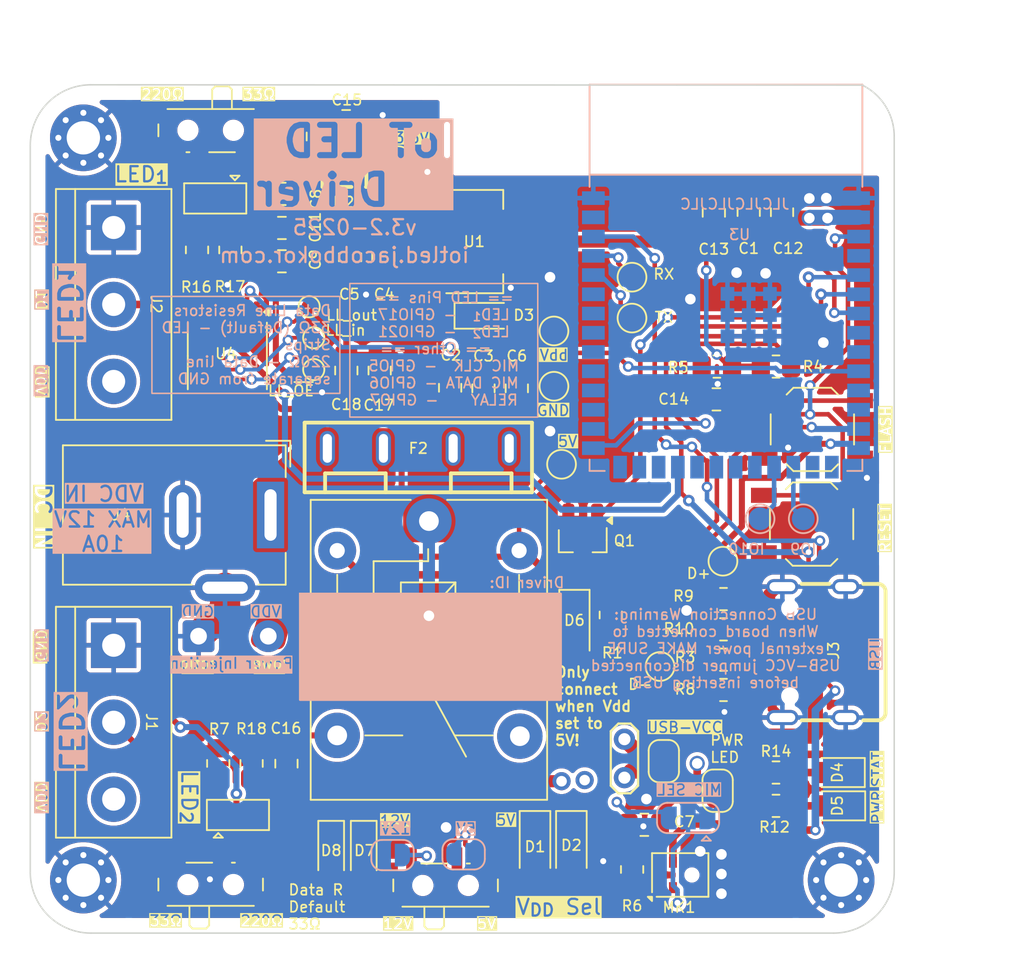
<source format=kicad_pcb>
(kicad_pcb (version 20240108) (generator "pcbnew") (generator_version "8.0")
  (title_block (title "IoT LED Driver HW") (date "2025-02-23") (rev "v3.2") (company "iotled.jacobbokor.com") (comment 3 "Date Code: ${DATE_CODE}"))
  (layers (0 "F.Cu" signal) (1 "In1.Cu" power "In1.Cu (GND)") (2 "In2.Cu" power "In2.Cu (PWR)") (31 "B.Cu" signal) (34 "B.Paste" user) (35 "F.Paste" user) (36 "B.SilkS" user "B.Silkscreen") (37 "F.SilkS" user "F.Silkscreen") (38 "B.Mask" user) (39 "F.Mask" user) (44 "Edge.Cuts" user))
  (property "DATE_CODE" "0225")
  (net 0 "")
  (net 1 "Earth")
  (net 2 "+3.3V")
  (net 3 "/D_{IN}2")
  (net 4 "/USB_D+")
  (net 5 "/USB_D-")
  (net 6 "/D_{IN}1")
  (net 7 "Net-(D4-A)")
  (net 8 "Net-(D5-A)")
  (net 9 "Net-(J3-CC1)")
  (net 11 "Net-(J3-CC2)")
  (net 13 "~{RST}")
  (net 14 "BOOT")
  (net 15 "Net-(U3-GPIO2{slash}TOUCH2{slash}ADC1_CH1)")
  (net 16 "/MIC_CLK")
  (net 17 "Net-(JP2-A)")
  (net 18 "/LV_DIN2")
  (net 19 "/LV_DIN1")
  (net 20 "Net-(MK1-DATA)")
  (net 21 "/MIC_DATA")
  (net 22 "/Power_and_board/5V_tvs_gnd")
  (net 23 "VDD")
  (net 24 "VBUS")
  (net 25 "Net-(U3-U0RXD{slash}GPIO44{slash}CLK_OUT2)")
  (net 26 "Net-(U3-U0TXD{slash}GPIO43{slash}CLK_OUT1)")
  (net 27 "Net-(U3-GPIO9{slash}TOUCH9{slash}ADC1_CH8{slash}FSPIHD)")
  (net 28 "Net-(U3-GPIO10{slash}TOUCH10{slash}ADC1_CH9{slash}FSPICS0{slash}FSPIIO4)")
  (net 48 "/Power_and_board/12V_tvs_gnd")
  (net 49 "+5V")
  (net 50 "/Power_and_board/Vdd IN")
  (net 51 "Net-(JP5-B)")
  (net 52 "Net-(JP5-A)")
  (net 53 "Net-(JP6-A)")
  (net 54 "Net-(JP6-B)")
  (net 55 "Net-(U2-Noise)")
  (net 56 "/Power_and_board/Vdd_in_fuse")
  (net 57 "Net-(J3-D--PadA7)")
  (net 58 "Net-(J3-D+-PadA6)")
  (net 59 "Net-(TP11-Pad1)")
  (net 60 "Net-(TP12-Pad1)")
  (net 61 "Net-(TP13-Pad1)")
  (net 65 "/BUF_out_2")
  (net 66 "/BUF_out_1")
  (net 67 "Net-(JP7-C)")
  (net 72 "Net-(D6-A)")
  (net 74 "RELAY_PIN")
  (footprint "TestPoint:TestPoint_Pad_D1.5mm" (layer "F.Cu") (at 164.7 91.45)
    (property "Reference" "TP4" (hide yes))
    (property "Value" "D+")
  )
  (footprint "Capacitor_SMD:C_0805_2012Metric_Pad1.18x1.45mm_HandSolder" (layer "F.Cu") (at 135.6 71.65 180)
    (property "Reference" "C9")
    (property "Value" "100nF" (hide yes))
  )
  (footprint "Resistor_SMD:R_0805_2012Metric_Pad1.20x1.40mm_HandSolder" (layer "F.Cu") (at 158.707 111.8 -90)
    (property "Reference" "R6")
    (property "Value" "100" (hide yes))
  )
  (footprint "Button_Switch_SMD:SW_SPDT_PCM12" (layer "F.Cu") (at 130.9 63.33 180)
    (property "Reference" "SW3" (hide yes))
    (property "Value" "SW_SPDT" (hide yes))
  )
  (footprint "TestPoint:TestPoint_Pad_D1.5mm" (layer "F.Cu") (at 160.55 98.4)
    (property "Reference" "TP5" (hide yes))
    (property "Value" "D-")
  )
  (footprint "Resistor_SMD:R_0805_2012Metric_Pad1.20x1.40mm_HandSolder" (layer "F.Cu") (at 132.2 70.9 -90)
    (property "Reference" "R17")
    (property "Value" "33R")
  )
  (footprint "TestPoint:TestPoint_2Pads_Pitch2.54mm_Drill0.8mm" (layer "F.Cu") (at 158.2 103.2 -90)
    (property "Reference" "JP1" (hide yes))
    (property "Value" "USB-VDD" (hide yes))
  )
  (footprint "Relay_THT:Relay_SPDT_SANYOU_SRD_Series_Form_C" (layer "F.Cu") (at 145.3 88.8 -90)
    (property "Reference" "K2")
    (property "Value" "SANYOU_SRD_Form_C" (hide yes))
  )
  (footprint "Capacitor_SMD:C_0805_2012Metric_Pad1.18x1.45mm_HandSolder" (layer "F.Cu") (at 135.5875 67.2 180)
    (property "Reference" "C8")
    (property "Value" "10uF" (hide yes))
  )
  (footprint "Capacitor_SMD:C_0805_2012Metric_Pad1.18x1.45mm_HandSolder" (layer "F.Cu") (at 164.1 68.45 90)
    (property "Reference" "C13")
    (property "Value" "10uF" (hide yes))
  )
  (footprint "Resistor_SMD:R_0805_2012Metric_Pad1.20x1.40mm_HandSolder" (layer "F.Cu") (at 168.2 78.6 180)
    (property "Reference" "R4")
    (property "Value" "10k" (hide yes))
  )
  (footprint "Diode_SMD:D_SMF" (layer "F.Cu") (at 154.7 110.3 -90)
    (property "Reference" "D2")
    (property "Value" "SMF5V0A" (hide yes))
  )
  (footprint "Capacitor_SMD:C_0805_2012Metric_Pad1.18x1.45mm_HandSolder" (layer "F.Cu") (at 142.294 71.3875 -90)
    (property "Reference" "C4")
    (property "Value" "100nF" (hide yes))
  )
  (footprint "Button_Switch_SMD:SW_SPDT_PCM12" (layer "F.Cu") (at 130.9 112.47)
    (property "Reference" "SW4" (hide yes))
    (property "Value" "SW_SPDT" (hide yes))
  )
  (footprint "TestPoint:TestPoint_Pad_D1.5mm" (layer "F.Cu") (at 158.7 72.7 180)
    (property "Reference" "TP7" (hide yes))
    (property "Value" "RX")
  )
  (footprint "Capacitor_SMD:C_0805_2012Metric_Pad1.18x1.45mm_HandSolder" (layer "F.Cu") (at 164.27 80.76575)
    (property "Reference" "C14")
    (property "Value" "100nF" (hide yes))
  )
  (footprint "Capacitor_SMD:C_0805_2012Metric_Pad1.18x1.45mm_HandSolder" (layer "F.Cu") (at 166.4 68.4 90)
    (property "Reference" "C1")
    (property "Value" "10uF" (hide yes))
  )
  (footprint "TestPoint:TestPoint_Pad_D1.5mm" (layer "F.Cu") (at 154.05 85.05 -90)
    (property "Reference" "TP10" (hide yes))
    (property "Value" "5V")
  )
  (footprint "Jumper:SolderJumper-2_P1.3mm_Open_RoundedPad1.0x1.5mm" (layer "F.Cu") (at 160.8 104.65 -90)
    (property "Reference" "JP3" (hide yes))
    (property "Value" "USB-VCC")
  )
  (footprint "MountingHole:MountingHole_2.2mm_M2_Pad_Via" (layer "F.Cu") (at 122.5 112.5)
    (property "Reference" "H3" (hide yes))
    (property "Value" "MountingHole_Pad" (hide yes))
  )
  (footprint "Resistor_SMD:R_0805_2012Metric_Pad1.20x1.40mm_HandSolder" (layer "F.Cu") (at 168.2 107.6 180)
    (property "Reference" "R14")
    (property "Value" "1k" (hide yes))
  )
  (footprint "Resistor_SMD:R_0805_2012Metric_Pad1.20x1.40mm_HandSolder" (layer "F.Cu") (at 157.3 95 90)
    (property "Reference" "R1")
    (property "Value" "10k" (hide yes))
  )
  (footprint "TestPoint:TestPoint_Pad_D1.0mm" (layer "F.Cu") (at 137.7 78.8)
    (property "Reference" "TP12" (hide yes))
    (property "Value" "LL_~{OE}")
  )
  (footprint "Capacitor_SMD:C_0805_2012Metric_Pad1.18x1.45mm_HandSolder" (layer "F.Cu") (at 135.6 69.45 180)
    (property "Reference" "C11")
    (property "Value" "100nF" (hide yes))
  )
  (footprint "Resistor_SMD:R_0805_2012Metric_Pad1.20x1.40mm_HandSolder" (layer "F.Cu") (at 130 70.9 -90)
    (property "Reference" "R16")
    (property "Value" "220R" (hide yes))
  )
  (footprint "Diode_SMD:D_SOD-323_HandSoldering" (layer "F.Cu") (at 138.85 110.6 -90)
    (property "Reference" "D8")
    (property "Value" "PTVSHC3D12VU" (hide yes))
  )
  (footprint "TerminalBlock:TerminalBlock_bornier-3_P5.08mm" (layer "F.Cu") (at 124.5 69.42 -90)
    (property "Reference" "J2")
    (property "Value" "Screw_Terminal_01x03" (hide yes))
  )
  (footprint "Capacitor_SMD:C_0805_2012Metric_Pad1.18x1.45mm_HandSolder" (layer "F.Cu") (at 139.8375 62.4 180)
    (property "Reference" "C15")
    (property "Value" "10uF" (hide yes))
  )
  (footprint "LED_SMD:LED_0805_2012Metric_Pad1.15x1.40mm_HandSolder" (layer "F.Cu") (at 172.2 105.4 180)
    (property "Reference" "D4")
    (property "Value" "STAT")
  )
  (footprint "TestPoint:TestPoint_Pad_D1.5mm" (layer "F.Cu") (at 153.55 76.25)
    (property "Reference" "TP1" (hide yes))
    (property "Value" "Vdd")
  )
  (footprint "TestPoint:TestPoint_Pad_D1.5mm" (layer "F.Cu") (at 153.55 79.9)
    (property "Reference" "TP3" (hide yes))
    (property "Value" "GND")
  )
  (footprint "Resistor_SMD:R_0805_2012Metric_Pad1.20x1.40mm_HandSolder" (layer "F.Cu") (at 168.2 105.4 180)
    (property "Reference" "R12")
    (property "Value" "1k" (hide yes))
  )
  (footprint "Capacitor_SMD:C_0805_2012Metric_Pad1.18x1.45mm_HandSolder" (layer "F.Cu") (at 159.5125 108.85 180)
    (property "Reference" "C7")
    (property "Value" "100nF" (hide yes))
  )
  (footprint "TestPoint:TestPoint_Pad_D1.5mm" (layer "F.Cu") (at 143.25 65)
    (property "Reference" "TP2" (hide yes))
    (property "Value" "3.3V")
  )
  (footprint "Package_SO:TSSOP-14_4.4x5mm_P0.65mm" (layer "F.Cu") (at 132 77.9 -90)
    (property "Reference" "U4")
    (property "Value" "SN74AHCT125PWR" (hide yes))
  )
  (footprint "MountingHole:MountingHole_2.2mm_M2_Pad_Via" (layer "F.Cu") (at 122.5 63.5)
    (property "Reference" "H1" (hide yes))
    (property "Value" "MountingHole_Pad" (hide yes))
  )
  (footprint "Sensor_Audio:Knowles_LGA-5_3.5x2.65mm" (layer "F.Cu") (at 161.882 112.1625 90)
    (property "Reference" "MK1")
    (property "Value" "SPH0641LU4H-1" (hide yes))
  )
  (footprint "Resistor_SMD:R_0805_2012Metric_Pad1.20x1.40mm_HandSolder" (layer "F.Cu") (at 164.737071 93.949937)
    (property "Reference" "R9")
    (property "Value" "5.1k" (hide yes))
  )
  (footprint "Resistor_SMD:R_0805_2012Metric_Pad1.20x1.40mm_HandSolder" (layer "F.Cu") (at 164.3 78.60175 180)
    (property "Reference" "R5")
    (property "Value" "10k" (hide yes))
  )
  (footprint "Package_TO_SOT_SMD:SOT-23_Handsoldering" (layer "F.Cu") (at 155.45 90.1 -90)
    (property "Reference" "Q1")
    (property "Value" "AO3400A" (hide yes))
  )
  (footprint "Capacitor_SMD:C_0805_2012Metric_Pad1.18x1.45mm_HandSolder" (layer "F.Cu") (at 135.9 104.8125 -90)
    (property "Reference" "C16")
    (property "Value" "10uF" (hide yes))
  )
  (footprint "Resistor_SMD:R_0805_2012Metric_Pad1.20x1.40mm_HandSolder" (layer "F.Cu") (at 133.6 104.8 90)
    (property "Reference" "R18")
    (property "Value" "220R" (hide yes))
  )
  (footprint "TestPoint:TestPoint_Pad_D1.0mm" (layer "F.Cu") (at 137.7 76.7)
    (property "Reference" "TP11" (hide yes))
    (property "Value" "LL_in")
  )
  (footprint "MountingHole:MountingHole_2.2mm_M2_Pad_Via" (layer "F.Cu") (at 172.5 112.5)
    (property "Reference" "H2" (hide yes))
    (property "Value" "MountingHole_Pad" (hide yes))
  )
  (footprint "Resistor_SMD:R_0805_2012Metric_Pad1.20x1.40mm_HandSolder" (layer "F.Cu") (at 164.737071 99.949937 180)
    (property "Reference" "R8")
    (property "Value" "5.1k" (hide yes))
  )
  (footprint "TestPoint:TestPoint_Pad_D1.5mm" (layer "F.Cu") (at 158.7 75.4 180)
    (property "Reference" "TP6" (hide yes))
    (property "Value" "TX")
  )
  (footprint "Jumper:SolderJumper-2_P1.3mm_Bridged_RoundedPad1.0x1.5mm" (layer "F.Cu") (at 164.35 106.6 90)
    (property "Reference" "JP2" (hide yes))
    (property "Value" "PWR_LED_BRIDGE" (hide yes))
  )
  (footprint "Diode_SMD:D_SOD-323_HandSoldering" (layer "F.Cu") (at 149 75.25)
    (property "Reference" "D3")
    (property "Value" "1N5819WS" (hide yes))
  )
  (footprint "LED_SMD:LED_0805_2012Metric_Pad1.15x1.40mm_HandSolder" (layer "F.Cu") (at 172.225 107.6 180)
    (property "Reference" "D5")
    (property "Value" "PWR")
  )
  (footprint "Button_Switch_SMD:SW_SPDT_PCM12" (layer "F.Cu") (at 146.4 112.525)
    (property "Reference" "SW5" (hide yes))
    (property "Value" "12V_5V_SWT" (hide yes))
  )
  (footprint "jmux-footprints:FUSE-TH_XF-505P" (layer "F.Cu") (at 144.6 84)
    (property "Reference" "F2")
    (property "Value" "Fuse Holder" (hide yes))
  )
  (footprint "TestPoint:TestPoint_Pad_D1.0mm" (layer "F.Cu") (at 137.4 74.65)
    (property "Reference" "TP13" (hide yes))
    (property "Value" "LL_out")
  )
  (footprint "projectlib:SSOP-5_L2.9-W1.6-P0.95-LS2.8-TL" (layer "F.Cu") (at 139.725 65.95 -90)
    (property "Reference" "U2")
    (property "Value" "TAR5S50" (hide yes))
  )
  (footprint "Capacitor_SMD:C_0805_2012Metric_Pad1.18x1.45mm_HandSolder" (layer "F.Cu") (at 140.1 71.3875 -90)
    (property "Reference" "C5")
    (property "Value" "10uF" (hide yes))
  )
  (footprint "TerminalBlock:TerminalBlock_bornier-3_P5.08mm" (layer "F.Cu") (at 124.5 97 -90)
    (property "Reference" "J1")
    (property "Value" "Screw_Terminal_01x03" (hide yes))
  )
  (footprint "Fiducial:Fiducial_0.5mm_Mask1mm" (layer "F.Cu") (at 125.5 114.25)
    (property "Reference" "FID2" (hide yes))
    (property "Value" "Fiducial" (hide yes))
  )
  (footprint "Diode_SMD:D_SOD-323_HandSoldering" (layer "F.Cu") (at 141 110.6 -90)
    (property "Reference" "D7")
    (property "Value" "PTVSHC3D12VU" (hide yes))
  )
  (footprint "Capacitor_SMD:C_0805_2012Metric_Pad1.18x1.45mm_HandSolder" (layer "F.Cu") (at 168.6 68.4125 90)
    (property "Reference" "C12")
    (property "Value" "100nF" (hide yes))
  )
  (footprint "Button_Switch_SMD:SW_SPST_TL3342" (layer "F.Cu") (at 170.6 82.75 180)
    (property "Reference" "SW2" (hide yes))
    (property "Value" "FLASH")
  )
  (footprint "Connector_Wire:SolderWire-0.5sqmm_1x02_P4.6mm_D0.9mm_OD2.1mm" (layer "F.Cu") (at 130.1 96.4)
    (property "Reference" "J7" (hide yes))
    (property "Value" "PWR_HEADER" (hide yes))
  )
  (footprint "Resistor_SMD:R_0805_2012Metric_Pad1.20x1.40mm_HandSolder" (layer "F.Cu") (at 164.737071 97.949937 180)
    (property "Reference" "R3")
    (property "Value" "27R" (hide yes))
  )
  (footprint "Diode_SMD:D_SMF" (layer "F.Cu") (at 152.3 110.3 -90)
    (property "Reference" "D1")
    (property "Value" "SMF5V0A" (hide yes))
  )
  (footprint "Button_Switch_SMD:SW_SPST_TL3342" (layer "F.Cu") (at 170.55 89 180)
    (property "Reference" "SW1" (hide yes))
    (property "Value" "RESET")
  )
  (footprint "Resistor_SMD:R_0805_2012Metric_Pad1.20x1.40mm_HandSolder" (layer "F.Cu") (at 131.4 104.8 90)
    (property "Reference" "R7")
    (property "Value" "33R" (hide yes))
  )
  (footprint "Capacitor_SMD:C_0805_2012Metric_Pad1.18x1.45mm_HandSolder" (layer "F.Cu") (at 151.1 80.0375 90)
    (property "Reference" "C6")
    (property "Value" "100nF" (hide yes))
  )
  (footprint "jmux-footprints:USB-C-GT7010_FIXED" (layer "F.Cu") (at 170.400025 97.449911 90)
    (property "Reference" "J3")
    (property "Value" "GT-USB-7010ASV" (hide yes))
  )
  (footprint "Diode_SMD:D_SOD-123" (layer "F.Cu") (at 154.9 95.7 -90)
    (property "Reference" "D6")
    (property "Value" "1N4148W" (hide yes))
  )
  (footprint "Jumper:SolderJumper-3_P1.3mm_Open_Pad1.0x1.5mm" (layer "F.Cu") (at 131.2 67.5 180)
    (property "Reference" "JP6" (hide yes))
    (property "Value" "SolderJumper_3_Open" (hide yes))
  )
  (footprint "Capacitor_SMD:C_0805_2012Metric_Pad1.18x1.45mm_HandSolder" (layer "F.Cu") (at 146.7 80 90)
    (property "Reference" "C2")
    (property "Value" "10uF" (hide yes))
  )
  (footprint "Package_TO_SOT_SMD:SOT-223-3_TabPin2" (layer "F.Cu") (at 148.294 70.35)
    (property "Reference" "U1")
    (property "Value" "AMS1117-3.3" (hide yes))
  )
  (footprint "Fiducial:Fiducial_0.5mm_Mask1mm" (layer "F.Cu") (at 125.5 61.75)
    (property "Reference" "FID3" (hide yes))
    (property "Value" "Fiducial" (hide yes))
  )
  (footprint "Fiducial:Fiducial_0.5mm_Mask1mm" (layer "F.Cu") (at 169.5 114.25)
    (property "Reference" "FID1" (hide yes))
    (property "Value" "Fiducial" (hide yes))
  )
  (footprint "Capacitor_SMD:C_0805_2012Metric_Pad1.18x1.45mm_HandSolder" (layer "F.Cu") (at 148.9 80.0375 90)
    (property "Reference" "C3")
    (property "Value" "10uF" (hide yes))
  )
  (footprint "Capacitor_SMD:C_0805_2012Metric_Pad1.18x1.45mm_HandSolder" (layer "F.Cu") (at 136.5 63.4125 90)
    (property "Reference" "C10" (hide yes))
    (property "Value" "100nF" (hide yes))
  )
  (footprint "Jumper:SolderJumper-3_P1.3mm_Open_Pad1.0x1.5mm" (layer "F.Cu") (at 132.7 108.2)
    (property "Reference" "JP5" (hide yes))
    (property "Value" "SolderJumper_3_Open" (hide yes))
  )
  (footprint "Capacitor_SMD:C_0805_2012Metric_Pad1.18x1.45mm_HandSolder" (layer "F.Cu") (at 142.05 78.8625 -90)
    (property "Reference" "C17")
    (property "Value" "10uF" (hide yes))
  )
  (footprint "Capacitor_SMD:C_0805_2012Metric_Pad1.18x1.45mm_HandSolder" (layer "F.Cu") (at 139.85 78.8625 -90)
    (property "Reference" "C18")
    (property "Value" "100nF" (hide yes))
  )
  (footprint "Connector_BarrelJack:BarrelJack_Wuerth_6941xx301002" (layer "F.Cu") (at 134.85 88.4 -90)
    (property "Reference" "J4")
    (property "Value" "Barrel_Jack_Switch_Pin3Ring" (hide yes))
  )
  (footprint "Resistor_SMD:R_0805_2012Metric_Pad1.20x1.40mm_HandSolder" (layer "F.Cu") (at 164.737071 95.949937 180)
    (property "Reference" "R10")
    (property "Value" "27R" (hide yes))
  )
  (footprint "Jumper:SolderJumper-2_P1.3mm_Open_RoundedPad1.0x1.5mm" (layer "B.Cu") (at 147.59 110.8 180)
    (property "Reference" "JP4" (hide yes))
    (property "Value" "5V TVS DISCON." (hide yes))
  )
  (footprint "TestPoint:TestPoint_Pad_D1.5mm" (layer "B.Cu") (at 167.15 88.65 90)
    (property "Reference" "TP9" (hide yes))
    (property "Value" "IO10")
  )
  (footprint "Jumper:SolderJumper-3_P1.3mm_Bridged12_RoundedPad1.0x1.5mm" (layer "B.Cu") (at 162.4 108.4 180)
    (property "Reference" "JP7" (hide yes))
    (property "Value" "MIC SEL")
  )
  (footprint "Jumper:SolderJumper-2_P1.3mm_Open_RoundedPad1.0x1.5mm" (layer "B.Cu") (at 142.9 110.85 180)
    (property "Reference" "JP8" (hide yes))
    (property "Value" "12V TVS DISCON." (hide yes))
  )
  (footprint "PCM_Espressif:ESP32-S2-SOLO" (layer "B.Cu") (at 164.9 75.74 180)
    (property "Reference" "U3")
    (property "Value" "ESP32-S2-SOLO" (hide yes))
  )
  (footprint "TestPoint:TestPoint_Pad_D1.5mm" (layer "B.Cu") (at 170 88.65 90)
    (property "Reference" "TP8" (hide yes))
    (property "Value" "IO9")
  )
  (gr_rect (start 136.8 93.6) (end 154 100.6) (stroke (width 0.15)) (fill solid) (layer "B.SilkS"))
  (gr_line (start 176 63.5) (end 176 112) (stroke (width 0.1)) (layer "Edge.Cuts"))
  (gr_line (start 119 112) (end 119 64) (stroke (width 0.1)) (layer "Edge.Cuts"))
  (gr_arc (start 173.899878 60.025956) (mid 175.458072 61.455803) (end 176 63.5) (stroke (width 0.1)) (layer "Edge.Cuts"))
  (gr_arc (start 123 116) (mid 120.171573 114.828427) (end 119 112) (stroke (width 0.1)) (layer "Edge.Cuts"))
  (gr_arc (start 176 112) (mid 174.828427 114.828427) (end 172 116) (stroke (width 0.1)) (layer "Edge.Cuts"))
  (gr_arc (start 119 64) (mid 120.171573 61.171573) (end 123 60) (stroke (width 0.1)) (layer "Edge.Cuts"))
  (gr_line (start 123 60) (end 173.9 60.021246) (stroke (width 0.1)) (layer "Edge.Cuts"))
  (gr_line (start 172 116) (end 123 116) (stroke (width 0.1)) (layer "Edge.Cuts"))
  (gr_text "GND" (at 119.3 98.15 -90) (layer "B.SilkS" knockout) (effects (font (size 0.7 0.7) (thickness 0.11)) (justify left bottom mirror)))
  (gr_text "USB" (at 175.2 96.45 90) (layer "B.SilkS" knockout) (effects (font (size 0.7 0.7) (thickness 0.11)) (justify left bottom mirror)))
  (gr_text "IoT LED\n    Driver" (at 141.352 68.128 0) (layer "B.SilkS" knockout) (effects (font (size 2 2) (thickness 0.4) (bold yes)) (justify bottom mirror)))
  (gr_text "12V" (at 144.146 109.53 -0) (layer "B.SilkS" knockout) (effects (font (size 0.7 0.7) (thickness 0.11)) (justify left bottom mirror)))
  (gr_text "D2" (at 119.3 102.8 -90) (layer "B.SilkS" knockout) (effects (font (size 0.7 0.7) (thickness 0.11)) (justify left bottom mirror)))
  (gr_text "VDD" (at 135.6 95.2 -0) (layer "B.SilkS" knockout) (effects (font (size 0.7 0.7) (thickness 0.11)) (justify left bottom mirror)))
  (gr_text "USB Connection Warning:\nWhen board connected to\nexternal power MAKE SURE\nUSB-VCC jumper disconnected\nbefore inserting USB" (at 164.212 99.878 0) (layer "B.SilkS") (effects (font (size 0.7 0.7) (thickness 0.11)) (justify bottom mirror)))
  (gr_text "${REVISION}-${DATE_CODE}" (at 144.6 70 0) (layer "B.SilkS") (effects (font (size 1 1)) (justify left bottom mirror)))
  (gr_text "Power Injection" (at 136.4 98.6 -0) (layer "B.SilkS" knockout) (effects (font (size 0.7 0.7) (thickness 0.11)) (justify left bottom mirror)))
  (gr_text "D1" (at 119.3 74.95 -90) (layer "B.SilkS" knockout) (effects (font (size 0.7 0.7) (thickness 0.11)) (justify left bottom mirror)))
  (gr_text "VDD" (at 119.3 108.1 -90) (layer "B.SilkS" knockout) (effects (font (size 0.7 0.7) (thickness 0.11)) (justify left bottom mirror)))
  (gr_text "LED_{1}" (at 120.7 74.45 -90) (layer "B.SilkS" knockout) (effects (font (size 1.5 1.5) (thickness 0.25) (bold yes)) (justify bottom mirror)))
  (gr_text "GND" (at 131.2 95.2 -0) (layer "B.SilkS" knockout) (effects (font (size 0.7 0.7) (thickness 0.11)) (justify left bottom mirror)))
  (gr_text "LED_{2}" (at 120.8 102.75 270) (layer "B.SilkS" knockout) (effects (font (size 1.5 1.5) (thickness 0.25) (bold yes)) (justify bottom mirror)))
  (gr_text "JLCJLCJLCJLC" (at 165.482 67.874 0) (layer "B.SilkS") (effects (font (size 0.7 0.7) (thickness 0.11)) (justify mirror)))
  (gr_text "VDC IN" (at 123.8 87.6 0) (layer "B.SilkS" knockout) (effects (font (size 1 1) (thickness 0.16)) (justify bottom mirror)))
  (gr_text "MAX 12V\n10A" (at 123.8 90.9 0) (layer "B.SilkS" knockout) (effects (font (size 1 1) (thickness 0.16)) (justify bottom mirror)))
  (gr_text "Driver ID:" (at 151.766 93.274 0) (layer "B.SilkS") (effects (font (size 0.7 0.7) (thickness 0.11)) (justify bottom mirror)))
  (gr_text "GND" (at 119.254 70.668 -90) (layer "B.SilkS" knockout) (effects (font (size 0.7 0.7) (thickness 0.11)) (justify left bottom mirror)))
  (gr_text "5V\n" (at 148.464 109.53 -0) (layer "B.SilkS" knockout) (effects (font (size 0.7 0.7) (thickness 0.11)) (justify left bottom mirror)))
  (gr_text "iotled.jacobbokor.com" (at 148.059 71.83 0) (layer "B.SilkS") (effects (font (size 1 1)) (justify left bottom mirror)))
  (gr_text "VDD" (at 119.254 80.574 -90) (layer "B.SilkS" knockout) (effects (font (size 0.7 0.7) (thickness 0.11)) (justify left bottom mirror)))
  (gr_text "220Ω" (at 132.8 115.6 0) (layer "F.SilkS" knockout) (effects (font (size 0.7 0.7) (thickness 0.11)) (justify left bottom)))
  (gr_text "12V" (at 142 109 0) (layer "F.SilkS" knockout) (effects (font (size 0.7 0.7) (thickness 0.11)) (justify left bottom)))
  (gr_text "PWR\nLED" (at 163.8 104.8 0) (layer "F.SilkS") (effects (font (size 0.7 0.7) (thickness 0.11)) (justify left bottom)))
  (gr_text "VDD" (at 133.732 98.862 0) (layer "F.SilkS" knockout) (effects (font (size 0.7 0.7) (thickness 0.11)) (justify left bottom)))
  (gr_text "D1" (at 119.3 73.4 270) (layer "F.SilkS" knockout) (effects (font (size 0.7 0.7) (thickness 0.11)) (justify left bottom)))
  (gr_text "220Ω" (at 126.25 61.05 0) (layer "F.SilkS" knockout) (effects (font (size 0.7 0.7) (thickness 0.11)) (justify left bottom)))
  (gr_text "DC IN" (at 119.25 86.25 270) (layer "F.SilkS" knockout) (effects (font (size 1 1) (thickness 0.18) (bold yes)) (justify left bottom)))
  (gr_text "VDD" (at 119.354 78.574 270) (layer "F.SilkS" knockout) (effects (font (size 0.7 0.7) (thickness 0.11)) (justify left bottom)))
  (gr_text "LED_{2}" (at 128.9 107 -90) (layer "F.SilkS" knockout) (effects (font (size 1 1)) (justify bottom)))
  (gr_text "V_{DD} Sel" (at 151.004 114.864 0) (layer "F.SilkS" knockout) (effects (font (size 1 1)) (justify left bottom)))
  (gr_text "GND" (at 119.2 96 270) (layer "F.SilkS" knockout) (effects (font (size 0.7 0.7) (thickness 0.11)) (justify left bottom)))
  (gr_text "GND" (at 119.254 68.382 270) (layer "F.SilkS" knockout) (effects (font (size 0.7 0.7) (thickness 0.11)) (justify left bottom)))
  (gr_text "33Ω" (at 126.8 115.6 0) (layer "F.SilkS" knockout) (effects (font (size 0.7 0.7) (thickness 0.11)) (justify left bottom)))
  (gr_text "D2" (at 119.3 101.25 270) (layer "F.SilkS" knockout) (effects (font (size 0.7 0.7) (thickness 0.11)) (justify left bottom)))
  (gr_text "VDD" (at 119.3 106 270) (layer "F.SilkS" knockout) (effects (font (size 0.7 0.7) (thickness 0.11)) (justify left bottom)))
  (gr_text "5V\n" (at 149.66 108.95 0) (layer "F.SilkS" knockout) (effects (font (size 0.7 0.7) (thickness 0.11)) (justify left bottom)))
  (gr_text "LED_{1}" (at 126.3 66.5 0) (layer "F.SilkS" knockout) (effects (font (size 1 1)) (justify bottom)))
  (gr_text "Data R\nDefault \n33Ω" (at 135.97 115.81 0) (layer "F.SilkS") (effects (font (size 0.7 0.7) (thickness 0.11)) (justify left bottom)))
  (gr_text "12V" (at 142.2 115.8 0) (layer "F.SilkS" knockout) (effects (font (size 0.7 0.7) (thickness 0.11)) (justify left bottom)))
  (gr_text "5V\n" (at 148.4 115.8 0) (layer "F.SilkS" knockout) (effects (font (size 0.7 0.7) (thickness 0.11)) (justify left bottom)))
  (gr_text "Only \nconnect\nwhen Vdd \nset to \n5V!" (at 153.544 103.688 0) (layer "F.SilkS") (effects (font (size 0.7 0.7) (thickness 0.14) (bold yes)) (justify left bottom)))
  (gr_text "33Ω" (at 132.95 61.05 0) (layer "F.SilkS" knockout) (effects (font (size 0.7 0.7) (thickness 0.11)) (justify left bottom)))
  (gr_text "GND" (at 128.906 98.862 0) (layer "F.SilkS" knockout) (effects (font (size 0.7 0.7) (thickness 0.11)) (justify left bottom)))
  (gr_text_box "Data Line Resistors\n33Ω (Default) - LED Strips\n220Ω - Data line separate from GND" (start 127.024 73.97) (end 139.424 80.37) (layer "B.SilkS") (effects (font (size 0.7 0.7) (thickness 0.11)) (justify left top mirror)) (border yes) (stroke (width 0.1)))
  (gr_text_box "== LED Pins ==\nLED_{1}  - GPIO17\nLED_{2}  - GPIO21\n  == Other ==\nMIC CLK  - GPIO5\nMIC DATA - GPIO6\nRELAY    - GPIO7" (start 140.082 73.116) (end 152.482 81.936) (layer "B.SilkS") (effects (font (size 0.7 0.7) (thickness 0.11)) (justify top mirror)) (border yes) (stroke (width 0.1)))
  (segment (start 168 100.649835) (end 168 101.149962) (width 0.5) (layer "F.Cu") (net 1))
  (segment (start 163.3145 112.1625) (end 164.5375 112.1625) (width 0.25) (layer "F.Cu") (net 1))
  (segment (start 131.85 94.65) (end 130.1 96.4) (width 2) (layer "F.Cu") (net 1))
  (segment (start 168 101.149962) (end 168.620015 101.769977) (width 0.5) (layer "F.Cu") (net 1))
  (segment (start 153.55 79.9) (end 152 79.9) (width 0.4) (layer "F.Cu") (net 1))
  (segment (start 168.8175 67.48) (end 168.7 67.3625) (width 1) (layer "F.Cu") (net 1))
  (segment (start 132 75.0375) (end 132 73.2) (width 0.3) (layer "F.Cu") (net 1))
  (segment (start 139.725 63.325) (end 138.8 62.4) (width 0.3) (layer "F.Cu") (net 1))
  (segment (start 162.3 94.7) (end 163.050063 93.949937) (width 0.3) (layer "F.Cu") (net 1))
  (segment (start 164.6 112.1) (end 164.6 113.4) (width 0.25) (layer "F.Cu") (net 1))
  (segment (start 133.95 75.0375) (end 134.5625 74.425) (width 0.3) (layer "F.Cu") (net 1))
  (segment (start 142.05 79.9) (end 139.85 79.9) (width 0.4) (layer "F.Cu") (net 1))
  (segment (start 134.5625 74.425) (end 134.5625 71.65) (width 0.3) (layer "F.Cu") (net 1))
  (segment (start 142.294 72.425) (end 140.1 72.425) (width 0.4) (layer "F.Cu") (net 1))
  (segment (start 168.7 67.3625) (end 164.1 67.3625) (width 1) (layer "F.Cu") (net 1))
  (segment (start 168.270104 93.129896) (end 167.75 93.65) (width 0.8) (layer "F.Cu") (net 1))
  (segment (start 167.75 93.65) (end 167.75 94.172886) (width 0.8) (layer "F.Cu") (net 1))
  (segment (start 163.050063 93.949937) (end 163.737071 93.949937) (width 0.3) (layer "F.Cu") (net 1))
  (segment (start 163.737071 100.337071) (end 164.8 101.4) (width 0.5) (layer "F.Cu") (net 1))
  (segment (start 151.1 79) (end 146.7375 79) (width 0.4) (layer "F.Cu") (net 1))
  (segment (start 134.5625 71.65) (end 134.5625 67.2125) (width 0.3) (layer "F.Cu") (net 1))
  (segment (start 138.8 62.4) (end 136.525 62.4) (width 0.3) (layer "F.Cu") (net 1))
  (segment (start 171.45 67.48) (end 168.8175 67.48) (width 1) (layer "F.Cu") (net 1))
  (segment (start 152 79.9) (end 151.1 79) (width 0.4) (layer "F.Cu") (net 1))
  (segment (start 139.725 64.6) (end 139.725 63.325) (width 0.3) (layer "F.Cu") (net 1))
  (segment (start 165.3075 80.7075) (end 164.35 79.75) (width 0.2) (layer "F.Cu") (net 1))
  (segment (start 164.5375 112.1625) (end 164.6 112.1) (width 0.25) (layer "F.Cu") (net 1))
  (segment (start 134.3875 74.6) (end 133.95 75.0375) (width 0.4) (layer "F.Cu") (net 1))
  (segment (start 164.6 112.1) (end 164.6 110.8) (width 0.25) (layer "F.Cu") (net 1))
  (segment (start 131.85 93.2) (end 131.85 94.65) (width 2) (layer "F.Cu") (net 1))
  (segment (start 167.75 94.172886) (end 167.800025 94.222911) (width 0.8) (layer "F.Cu") (net 1))
  (via (at 150.7 73.4) (size 0.7) (drill 0.4) (layers "F.Cu" "B.Cu") (net 1))
  (via (at 170.4 67.5) (size 1) (drill 0.7) (layers "F.Cu" "B.Cu") (net 1))
  (via (at 159.45 108.95) (size 0.7) (drill 0.4) (layers "F.Cu" "B.Cu") (net 1))
  (via (at 132 73.2) (size 0.762) (drill 0.381) (layers "F.Cu" "B.Cu") (net 1))
  (via (at 169 83.95) (size 0.7) (drill 0.4) (layers "F.Cu" "B.Cu") (net 1))
  (via (at 159.65 107.15) (size 1) (drill 0.7) (layers "F.Cu" "B.Cu") (net 1))
  (via (at 164.35 79.75) (size 0.7) (drill 0.4) (layers "F.Cu" "B.Cu") (net 1))
  (via (at 171.52 67.48) (size 1) (drill 0.7) (layers "F.Cu" "B.Cu") (net 1))
  (via (at 164.6 110.8) (size 1) (drill 0.7) (layers "F.Cu" "B.Cu") (net 1))
  (via (at 138.25 80.3) (size 0.7) (drill 0.4) (layers "F.Cu" "B.Cu") (net 1))
  (via (at 162.55 74.15) (size 1) (drill 0.7) (layers "F.Cu" "B.Cu") (net 1))
  (via (at 146.432 109.022) (size 1) (drill 0.7) (layers "F.Cu" "B.Cu") (net 1))
  (via (at 165.6 72.4) (size 1) (drill 0.7) (layers "F.Cu" "B.Cu") (net 1))
  (via (at 156.799881 111.250127) (size 0.7) (drill 0.4) (layers "F.Cu" "B.Cu") (net 1))
  (via (at 171.324 77.018) (size 1) (drill 0.7) (layers "F.Cu" "B.Cu") (net 1))
  (via (at 141.15 73.85) (size 0.7) (drill 0.4) (layers "F.Cu" "B.Cu") (net 1))
  (via (at 145.2 65.75) (size 0.7) (drill 0.4) (layers "F.Cu" "B.Cu") (net 1))
  (via (at 153.29 72.7) (size 1) (drill 0.7) (layers "F.Cu" "B.Cu") (net 1))
  (via (at 142.25 62) (size 0.7) (drill 0.4) (layers "F.Cu" "B.Cu") (net 1))
  (via (at 164.6 112.1) (size 1) (drill 0.7) (layers "F.Cu" "B.Cu") (net 1))
  (via (at 163.2 110.6) (size 1) (drill 0.7) (layers "F.Cu" "B.Cu") (net 1))
  (via (at 130.85 112.45) (size 0.7) (drill 0.4) (layers "F.Cu" "B.Cu") (net 1))
  (via (at 164.6 113.4) (size 1) (drill 0.7) (layers "F.Cu" "B.Cu") (net 1))
  (via (at 167.514 72.446) (size 1) (drill 0.7) (layers "F.Cu" "B.Cu") (net 1))
  (via (at 174.2 85.95) (size 0.7) (drill 0.4) (layers "F.Cu" "B.Cu") (net 1))
  (via (at 164.8 101.4) (size 0.762) (drill 0.381) (layers "F.Cu" "B.Cu") (net 1))
  (via (at 153.29 82.86) (size 1) (drill 0.7) (layers "F.Cu" "B.Cu") (net 1))
  (via (at 162.3 94.7) (size 1) (drill 0.7) (layers "F.Cu" "B.Cu") (net 1))
  (segment (start 163.7 108.4) (end 164.6 109.3) (width 0.3) (layer "B.Cu") (net 1))
  (segment (start 170.42 67.48) (end 170.4 67.5) (width 1) (layer "B.Cu") (net 1))
  (segment (start 171.52 67.48) (end 170.42 67.48) (width 1) (layer "B.Cu") (net 1))
  (segment (start 164.6 109.3) (end 164.6 110.8) (width 0.3) (layer "B.Cu") (net 1))
  (segment (start 171.52 67.48) (end 173.65 67.48) (width 1) (layer "B.Cu") (net 1))
  (segment (start 171.4 68.8) (end 169.3375 68.8) (width 1) (layer "F.Cu") (net 2))
  (segment (start 151.444 70.35) (end 145.144 70.35) (width 0.4) (layer "F.Cu") (net 2))
  (segment (start 171.45 68.75) (end 171.4 68.8) (width 1) (layer "F.Cu") (net 2))
  (segment (start 163 104.8) (end 163 105.95) (width 0.5) (layer "F.Cu") (net 2))
  (segment (start 165.10175 78.60175) (end 164.3 77.8) (width 0.3) (layer "F.Cu") (net 2))
  (segment (start 160.578 111.325) (end 160.578 108.022) (width 0.5) (layer "F.Cu") (net 2))
  (segment (start 168.6 69.45) (end 164.1375 69.45) (width 0.8) (layer "F.Cu") (net 2))
  (segment (start 150.25 73.907423) (end 150.023 73.680423) (width 0.4) (layer "F.Cu") (net 2))
  (segment (start 162.65 105.95) (end 163 105.95) (width 0.5) (layer "F.Cu") (net 2))
  (segment (start 163.2375 70.35) (end 151.444 70.35) (width 0.8) (layer "F.Cu") (net 2))
  (segment (start 169.3375 68.8) (end 168.65 69.4875) (width 1) (layer "F.Cu") (net 2))
  (segment (start 142.294 65.956) (end 143.25 65) (width 0.4) (layer "F.Cu") (net 2))
  (segment (start 163.6 69.9875) (end 164.1 69.4875) (width 0.3) (layer "F.Cu") (net 2))
  (segment (start 142.294 70.35) (end 142.294 65.956) (width 0.4) (layer "F.Cu") (net 2))
  (segment (start 150.023 73.680423) (end 150.023 71.771) (width 0.4) (layer "F.Cu") (net 2))
  (segment (start 162.65 105.95) (end 164.35 105.95) (width 0.5) (layer "F.Cu") (net 2))
  (segment (start 164.1 69.4875) (end 163.2375 70.35) (width 0.8) (layer "F.Cu") (net 2))
  (segment (start 150.023 71.771) (end 151.444 70.35) (width 0.4) (layer "F.Cu") (net 2))
  (segment (start 165.3 78.60175) (end 167.19825 78.60175) (width 0.4) (layer "F.Cu") (net 2))
  (segment (start 163.6 72.25) (end 163.6 69.9875) (width 0.3) (layer "F.Cu") (net 2))
  (segment (start 151.444 70.35) (end 140.1 70.35) (width 0.8) (layer "F.Cu") (net 2))
  (segment (start 150.25 75.25) (end 150.25 73.907423) (width 0.4) (layer "F.Cu") (net 2))
  (segment (start 160.578 108.022) (end 162.65 105.95) (width 0.5) (layer "F.Cu") (net 2))
  (segment (start 145.144 70.35) (end 140.1 70.35) (width 0.4) (layer "F.Cu") (net 2))
  (via (at 163 104.8) (size 1) (drill 0.7) (layers "F.Cu" "B.Cu") (net 2))
  (via (at 171.6 68.8) (size 1) (drill 0.7) (layers "F.Cu" "B.Cu") (net 2))
  (via (at 163.6 72.25) (size 0.7) (drill 0.4) (layers "F.Cu" "B.Cu") (net 2))
  (via (at 157.7 107.35) (size 0.7) (drill 0.4) (layers "F.Cu" "B.Cu") (net 2))
  (via (at 170.4 68.8) (size 1) (drill 0.7) (layers "F.Cu" "B.Cu") (net 2))
  (via (at 164.3 77.8) (size 0.7) (drill 0.4) (layers "F.Cu" "B.Cu") (net 2))
  (segment (start 161.1 108.4) (end 160.7 108) (width 0.3) (layer "B.Cu") (net 2))
  (segment (start 173.65 68.75) (end 171.65 68.75) (width 1) (layer "B.Cu") (net 2))
  (segment (start 171.55 68.75) (end 170.45 68.75) (width 1) (layer "B.Cu") (net 2))
  (segment (start 158.35 108) (end 160.7 108) (width 0.3) (layer "B.Cu") (net 2))
  (segment (start 163.6 77.1) (end 164.3 77.8) (width 0.3) (layer "B.Cu") (net 2))
  (segment (start 170.45 68.75) (end 170.4 68.8) (width 1) (layer "B.Cu") (net 2))
  (segment (start 158.35 108) (end 157.7 107.35) (width 0.3) (layer "B.Cu") (net 2))
  (segment (start 171.65 68.75) (end 171.6 68.8) (width 1) (layer "B.Cu") (net 2))
  (segment (start 171.6 68.8) (end 171.55 68.75) (width 1) (layer "B.Cu") (net 2))
  (segment (start 163.6 72.25) (end 163.6 77.1) (width 0.3) (layer "B.Cu") (net 2))
  (segment (start 133.6 103.8) (end 131.4 103.8) (width 0.4) (layer "F.Cu") (net 3))
  (segment (start 131.4 103.8) (end 126.22 103.8) (width 0.4) (layer "F.Cu") (net 3))
  (segment (start 126.22 103.8) (end 124.5 102.08) (width 0.4) (layer "F.Cu") (net 3))
  (segment (start 166.1 85.95) (end 168.5 85.95) (width 0.4) (layer "F.Cu") (net 4))
  (segment (start 165.95 89.15) (end 165.95 86.1) (width 0.4) (layer "F.Cu") (net 4))
  (segment (start 163.737071 95.949937) (end 162.049937 95.949937) (width 0.4) (layer "F.Cu") (net 4))
  (segment (start 162.7 92.4) (end 165.95 89.15) (width 0.4) (layer "F.Cu") (net 4))
  (segment (start 162.1 92.4) (end 162.7 92.4) (width 0.4) (layer "F.Cu") (net 4))
  (segment (start 165.95 86.1) (end 166.1 85.95) (width 0.4) (layer "F.Cu") (net 4))
  (segment (start 160.8 94.7) (end 160.8 93.7) (width 0.4) (layer "F.Cu") (net 4))
  (segment (start 162.049937 95.949937) (end 160.8 94.7) (width 0.4) (layer "F.Cu") (net 4))
  (segment (start 170.75 83.7) (end 171.8 83.7) (width 0.4) (layer "F.Cu") (net 4))
  (segment (start 168.5 85.95) (end 170.75 83.7) (width 0.4) (layer "F.Cu") (net 4))
  (segment (start 160.8 93.7) (end 162.1 92.4) (width 0.4) (layer "F.Cu") (net 4))
  (via (at 171.8 83.7) (size 0.7) (drill 0.4) (layers "F.Cu" "B.Cu") (net 4))
  (segment (start 171.8 83.7) (end 173.36 83.7) (width 0.4) (layer "B.Cu") (net 4))
  (segment (start 173.36 83.7) (end 173.65 83.99) (width 0.4) (layer "B.Cu") (net 4))
  (segment (start 167.35 82.6) (end 170.55 82.6) (width 0.3) (layer "F.Cu") (net 5))
  (segment (start 165.15 84.8) (end 167.35 82.6) (width 0.3) (layer "F.Cu") (net 5))
  (segment (start 162.449937 97.949937) (end 163.737071 97.949937) (width 0.4) (layer "F.Cu") (net 5))
  (segment (start 161.1 91.2) (end 162.7 91.2) (width 0.3) (layer "F.Cu") (net 5))
  (segment (start 165.15 88.75) (end 165.15 84.8) (width 0.3) (layer "F.Cu") (net 5))
  (segment (start 160.55 98.25) (end 161.65 97.15) (width 0.4) (layer "F.Cu") (net 5))
  (segment (start 159.8 92.5) (end 159.8 95.3) (width 0.4) (layer "F.Cu") (net 5))
  (segment (start 161.65 97.15) (end 162.449937 97.949937) (width 0.4) (layer "F.Cu") (net 5))
  (segment (start 161.1 91.2) (end 159.8 92.5) (width 0.4) (layer "F.Cu") (net 5))
  (segment (start 159.8 95.3) (end 161.65 97.15) (width 0.4) (layer "F.Cu") (net 5))
  (segment (start 162.7 91.2) (end 165.15 88.75) (width 0.3) (layer "F.Cu") (net 5))
  (via (at 170.55 82.6) (size 0.7) (drill 0.4) (layers "F.Cu" "B.Cu") (net 5))
  (segment (start 170.55 82.6) (end 170.67 82.72) (width 0.4) (layer "B.Cu") (net 5))
  (segment (start 170.67 82.72) (end 173.65 82.72) (width 0.4) (layer "B.Cu") (net 5))
  (segment (start 130 71.9) (end 127.4 74.5) (width 0.5) (layer "F.Cu") (net 6))
  (segment (start 132.2 71.9) (end 130 71.9) (width 0.5) (layer "F.Cu") (net 6))
  (segment (start 127.4 74.5) (end 124.5 74.5) (width 0.5) (layer "F.Cu") (net 6))
  (segment (start 171.175 105.4) (end 169.2 105.4) (width 0.5) (layer "F.Cu") (net 7))
  (segment (start 171.2 107.6) (end 169.2 107.6) (width 0.5) (layer "F.Cu") (net 8))
  (segment (start 166.350063 99.949937) (end 165.737071 99.949937) (width 0.25) (layer "F.Cu") (net 9))
  (segment (start 168 98.699873) (end 167.050127 98.699873) (width 0.25) (layer "F.Cu") (net 9))
  (segment (start 167.050127 98.699873) (end 166.8 98.95) (width 0.25) (layer "F.Cu") (net 9))
  (segment (start 166.8 99.5) (end 166.350063 99.949937) (width 0.25) (layer "F.Cu") (net 9))
  (segment (start 166.8 98.95) (end 166.8 99.5) (width 0.25) (layer "F.Cu") (net 9))
  (segment (start 166.8 94.3) (end 166.449937 93.949937) (width 0.25) (layer "F.Cu") (net 11))
  (segment (start 166.8 95.4) (end 166.8 94.3) (width 0.25) (layer "F.Cu") (net 11))
  (segment (start 167.099873 95.699873) (end 166.8 95.4) (width 0.25) (layer "F.Cu") (net 11))
  (segment (start 166.449937 93.949937) (end 165.737071 93.949937) (width 0.25) (layer "F.Cu") (net 11))
  (segment (start 168 95.699873) (end 167.099873 95.699873) (width 0.25) (layer "F.Cu") (net 11))
  (segment (start 166.95 81.75) (end 166.602 82.098) (width 0.3) (layer "F.Cu") (net 13))
  (segment (start 167.4 87.1) (end 173.7 87.1) (width 0.3) (layer "F.Cu") (net 13))
  (segment (start 172.95 77.35) (end 170.45 79.85) (width 0.3) (layer "F.Cu") (net 13))
  (segment (start 170.45 81.75) (end 166.95 81.75) (width 0.3) (layer "F.Cu") (net 13))
  (segment (start 172.6 82.7) (end 171.65 81.75) (width 0.3) (layer "F.Cu") (net 13))
  (segment (start 163.3 78.60175) (end 163.3 80.69825) (width 1) (layer "F.Cu") (net 13))
  (segment (start 166.602 82.098) (end 164.56475 82.098) (width 0.3) (layer "F.Cu") (net 13))
  (segment (start 173.7 87.1) (end 172.6 86) (width 0.3) (layer "F.Cu") (net 13))
  (segment (start 172.6 86) (end 172.6 82.7) (width 0.3) (layer "F.Cu") (net 13))
  (segment (start 171.65 81.75) (end 170.45 81.75) (width 0.3) (layer "F.Cu") (net 13))
  (segment (start 164.56475 82.098) (end 163.2325 80.76575) (width 0.3) (layer "F.Cu") (net 13))
  (segment (start 172.95 72.8) (end 172.95 77.35) (width 0.3) (layer "F.Cu") (net 13))
  (segment (start 172.1 71.95) (end 172.95 72.8) (width 0.3) (layer "F.Cu") (net 13))
  (segment (start 172.1 70.15) (end 172.1 71.95) (width 0.3) (layer "F.Cu") (net 13))
  (via (at 172.1 70.15) (size 0.7) (drill 0.4) (layers "F.Cu" "B.Cu") (net 13))
  (via (at 170.45 81.75) (size 0.7) (drill 0.4) (layers "F.Cu" "B.Cu") (net 13))
  (via (at 170.45 79.85) (size 0.7) (drill 0.4) (layers "F.Cu" "B.Cu") (net 13))
  (segment (start 173.65 70.02) (end 172.23 70.02) (width 0.3) (layer "B.Cu") (net 13))
  (segment (start 172.23 70.02) (end 172.1 70.15) (width 0.3) (layer "B.Cu") (net 13))
  (segment (start 170.45 79.85) (end 170.45 81.75) (width 0.3) (layer "B.Cu") (net 13))
  (segment (start 163.05 82.35) (end 163.55 82.35) (width 0.3) (layer "F.Cu") (net 14))
  (segment (start 167.45 80.85) (end 169.2 79.1) (width 0.3) (layer "F.Cu") (net 14))
  (segment (start 173.75 80.85) (end 167.45 80.85) (width 0.3) (layer "F.Cu") (net 14))
  (segment (start 168.15 77.1) (end 169.2 78.15) (width 0.3) (layer "F.Cu") (net 14))
  (segment (start 162.2 78) (end 162.2 81.5) (width 0.3) (layer "F.Cu") (net 14))
  (segment (start 162.2 81.5) (end 163.05 82.35) (width 0.3) (layer "F.Cu") (net 14))
  (segment (start 163.1 77.1) (end 162.2 78) (width 0.3) (layer "F.Cu") (net 14))
  (segment (start 168.15 77.1) (end 163.1 77.1) (width 0.3) (layer "F.Cu") (net 14))
  (via (at 163.55 82.35) (size 0.7) (drill 0.4) (layers "F.Cu" "B.Cu") (net 14))
  (segment (start 163.55 82.35) (end 159.1 82.35) (width 0.3) (layer "B.Cu") (net 14))
  (segment (start 157.65 83.8) (end 156.34 83.8) (width 0.3) (layer "B.Cu") (net 14))
  (segment (start 159.1 82.35) (end 157.65 83.8) (width 0.3) (layer "B.Cu") (net 14))
  (segment (start 174.3 102.7) (end 174.3 100.5) (width 0.3) (layer "F.Cu") (net 15))
  (segment (start 160.2 83) (end 160.2 71.45) (width 0.3) (layer "F.Cu") (net 15))
  (segment (start 174 103) (end 174.3 102.7) (width 0.3) (layer "F.Cu") (net 15))
  (segment (start 171.05 90.15) (end 171.1 90.1) (width 0.3) (layer "F.Cu") (net 15))
  (segment (start 163.65 84.8) (end 163.55 84.8) (width 0.3) (layer "F.Cu") (net 15))
  (segment (start 167.2 105.4) (end 168.4 104.2) (width 0.5) (layer "F.Cu") (net 15))
  (segment (start 160.95 83.75) (end 160.2 83) (width 0.3) (layer "F.Cu") (net 15))
  (segment (start 171.85 98.05) (end 171.85 95.7) (width 0.3) (layer "F.Cu") (net 15))
  (segment (start 163.65 86.55) (end 163.65 84.8) (width 0.3) (layer "F.Cu") (net 15))
  (segment (start 163.55 84.8) (end 162.65 83.9) (width 0.3) (layer "F.Cu") (net 15))
  (segment (start 171.85 98.05) (end 174.3 100.5) (width 0.3) (layer "F.Cu") (net 15))
  (segment (start 171.05 94.9) (end 171.05 90.15) (width 0.3) (layer "F.Cu") (net 15))
  (segment (start 168.4 104.2) (end 172.8 104.2) (width 0.5) (layer "F.Cu") (net 15))
  (segment (start 172.8 104.2) (end 174 103) (width 0.5) (layer "F.Cu") (net 15))
  (segment (start 171.85 95.7) (end 171.05 94.9) (width 0.3) (layer "F.Cu") (net 15))
  (via (at 162.65 83.9) (size 0.7) (drill 0.4) (layers "F.Cu" "B.Cu") (net 15))
  (via (at 160.95 83.75) (size 0.7) (drill 0.4) (layers "F.Cu" "B.Cu") (net 15))
  (via (at 163.65 86.55) (size 0.7) (drill 0.4) (layers "F.Cu" "B.Cu") (net 15))
  (via (at 160.2 71.45) (size 0.7) (drill 0.4) (layers "F.Cu" "B.Cu") (net 15))
  (via (at 171.1 90.1) (size 0.7) (drill 0.4) (layers "F.Cu" "B.Cu") (net 15))
  (segment (start 160.2 71.45) (end 158.77 70.02) (width 0.3) (layer "B.Cu") (net 15))
  (segment (start 161.1 83.9) (end 160.95 83.75) (width 0.3) (layer "B.Cu") (net 15))
  (segment (start 158.77 70.02) (end 156.15 70.02) (width 0.3) (layer "B.Cu") (net 15))
  (segment (start 166.3 90.05) (end 163.65 87.4) (width 0.3) (layer "B.Cu") (net 15))
  (segment (start 166.35 90.1) (end 166.3 90.05) (width 0.3) (layer "B.Cu") (net 15))
  (segment (start 171.1 90.1) (end 166.35 90.1) (width 0.3) (layer "B.Cu") (net 15))
  (segment (start 163.65 87.4) (end 163.65 86.55) (width 0.3) (layer "B.Cu") (net 15))
  (segment (start 162.65 83.9) (end 161.1 83.9) (width 0.3) (layer "B.Cu") (net 15))
  (segment (start 161.4 111.325) (end 161.4 109.7) (width 0.5) (layer "F.Cu") (net 16))
  (segment (start 171.05 98.95) (end 172.1 100) (width 0.3) (layer "F.Cu") (net 16))
  (segment (start 162.45 87.45) (end 161.95 86.95) (width 0.3) (layer "F.Cu") (net 16))
  (segment (start 171.05 95.9) (end 171.05 98.95) (width 0.3) (layer "F.Cu") (net 16))
  (segment (start 161.4 109.7) (end 162.3 108.8) (width 0.5) (layer "F.Cu") (net 16))
  (segment (start 165.5 109.2) (end 170.8 109.2) (width 0.5) (layer "F.Cu") (net 16))
  (segment (start 169.05 75.95) (end 170.35 74.65) (width 0.3) (layer "F.Cu") (net 16))
  (segment (start 160.95 82.6) (end 160.95 76.95) (width 0.3) (layer "F.Cu") (net 16))
  (segment (start 161.95 75.95) (end 169.05 75.95) (width 0.3) (layer "F.Cu") (net 16))
  (segment (start 162.3 108.8) (end 165.1 108.8) (width 0.5) (layer "F.Cu") (net 16))
  (segment (start 160.95 76.95) (end 161.95 75.95) (width 0.3) (layer "F.Cu") (net 16))
  (segment (start 165.1 108.8) (end 165.5 109.2) (width 0.5) (layer "F.Cu") (net 16))
  (segment (start 161.95 83.6) (end 160.95 82.6) (width 0.3) (layer "F.Cu") (net 16))
  (segment (start 161.95 86.95) (end 161.95 83.6) (width 0.3) (layer "F.Cu") (net 16))
  (segment (start 170.35 90.85) (end 170.35 95.2) (width 0.3) (layer "F.Cu") (net 16))
  (segment (start 170.35 74.65) (end 170.35 72.7) (width 0.3) (layer "F.Cu") (net 16))
  (segment (start 170.35 95.2) (end 171.05 95.9) (width 0.3) (layer "F.Cu") (net 16))
  (via (at 170.8 109.2) (size 0.7) (drill 0.4) (layers "F.Cu" "B.Cu") (net 16))
  (via (at 162.45 87.45) (size 0.762) (drill 0.381) (layers "F.Cu" "B.Cu") (net 16))
  (via (at 172.1 100) (size 0.7) (drill 0.4) (layers "F.Cu" "B.Cu") (net 16))
  (via (at 170.35 72.7) (size 0.762) (drill 0.381) (layers "F.Cu" "B.Cu") (net 16))
  (via (at 170.35 90.85) (size 0.762) (drill 0.381) (layers "F.Cu" "B.Cu") (net 16))
  (segment (start 170.8 109.2) (end 170.8 101.3) (width 0.5) (layer "B.Cu") (net 16))
  (segment (start 162.45 87.45) (end 165.85 90.85) (width 0.4) (layer "B.Cu") (net 16))
  (segment (start 170.8 101.3) (end 172.1 100) (width 0.5) (layer "B.Cu") (net 16))
  (segment (start 165.85 90.85) (end 170.35 90.85) (width 0.4) (layer "B.Cu") (net 16))
  (segment (start 170.35 72.7) (end 173.51 72.7) (width 0.3) (layer "B.Cu") (net 16))
  (segment (start 164.35 107.25) (end 166.85 107.25) (width 0.5) (layer "F.Cu") (net 17))
  (segment (start 131.35 76.05) (end 131.35 75.0375) (width 0.4) (layer "F.Cu") (net 18))
  (segment (start 135.75 80.45) (end 131.35 76.05) (width 0.4) (layer "F.Cu") (net 18))
  (via (at 135.75 80.45) (size 0.762) (drill 0.381) (layers "F.Cu" "B.Cu") (net 18))
  (segment (start 137 86) (end 152 86) (width 0.4) (layer "B.Cu") (net 18))
  (segment (start 135.75 80.45) (end 135.8 80.5) (width 0.4) (layer "B.Cu") (net 18))
  (segment (start 135.8 84.8) (end 137 86) (width 0.4) (layer "B.Cu") (net 18))
  (segment (start 135.8 80.5) (end 135.8 84.8) (width 0.4) (layer "B.Cu") (net 18))
  (segment (start 154.05 88.05) (end 160.75 88.05) (width 0.4) (layer "B.Cu") (net 18))
  (segment (start 161.725 87.075) (end 161.725 85.24) (width 0.4) (layer "B.Cu") (net 18))
  (segment (start 160.75 88.05) (end 161.725 87.075) (width 0.4) (layer "B.Cu") (net 18))
  (segment (start 152 86) (end 154.05 88.05) (width 0.4) (layer "B.Cu") (net 18))
  (segment (start 133.5 73.6) (end 133.3 73.8) (width 0.3) (layer "F.Cu") (net 19))
  (segment (start 157.75 77.9) (end 158.45 78.6) (width 0.3) (layer "F.Cu") (net 19))
  (segment (start 146.675 77.325) (end 147.05 77.7) (width 0.3) (layer "F.Cu") (net 19))
  (segment (start 157.75 77.7) (end 157.75 77.9) (width 0.3) (layer "F.Cu") (net 19))
  (segment (start 147.05 77.7) (end 157.75 77.7) (width 0.3) (layer "F.Cu") (net 19))
  (segment (start 133.3 73.8) (end 133.3 75.0375) (width 0.3) (layer "F.Cu") (net 19))
  (via (at 158.45 78.6) (size 0.7) (drill 0.4) (layers "F.Cu" "B.Cu") (net 19))
  (via (at 146.675 77.325) (size 0.7) (drill 0.4) (layers "F.Cu" "B.Cu") (net 19))
  (via (at 133.5 73.6) (size 0.7) (drill 0.4) (layers "F.Cu" "B.Cu") (net 19))
  (segment (start 146.675 77.325) (end 139.525 77.325) (width 0.3) (layer "B.Cu") (net 19))
  (segment (start 158.55 78.7) (end 158.45 78.6) (width 0.3) (layer "B.Cu") (net 19))
  (segment (start 173.65 78.91) (end 168.39 78.91) (width 0.3) (layer "B.Cu") (net 19))
  (segment (start 168.39 78.91) (end 168.165 78.685) (width 0.3) (layer "B.Cu") (net 19))
  (segment (start 139.525 77.325) (end 136.9 74.7) (width 0.3) (layer "B.Cu") (net 19))
  (segment (start 168.165 78.685) (end 168.15 78.7) (width 0.3) (layer "B.Cu") (net 19))
  (segment (start 136.9 74.7) (end 134.6 74.7) (width 0.3) (layer "B.Cu") (net 19))
  (segment (start 168.15 78.7) (end 158.55 78.7) (width 0.3) (layer "B.Cu") (net 19))
  (segment (start 134.6 74.7) (end 133.5 73.6) (width 0.3) (layer "B.Cu") (net 19))
  (segment (start 160.578 113) (end 158.907 113) (width 0.5) (layer "F.Cu") (net 20))
  (segment (start 156.592 102.858) (end 156.592 103.342) (width 0.3) (layer "F.Cu") (net 21))
  (segment (start 161.65 77.65) (end 161.65 81.9) (width 0.3) (layer "F.Cu") (net 21))
  (segment (start 161.65 81.9) (end 164.3 84.55) (width 0.3) (layer "F.Cu") (net 21))
  (segment (start 156.592 103.342) (end 156.6 103.35) (width 0.3) (layer "F.Cu") (net 21))
  (segment (start 156.6 108.7) (end 158.7 110.8) (width 0.5) (layer "F.Cu") (net 21))
  (segment (start 160.85 90) (end 158.9 91.95) (width 0.3) (layer "F.Cu") (net 21))
  (segment (start 159 100.45) (end 156.592 102.858) (width 0.3) (layer "F.Cu") (net 21))
  (segment (start 162.7 76.6) (end 161.65 77.65) (width 0.3) (layer "F.Cu") (net 21))
  (segment (start 158.9 93.55) (end 159 93.65) (width 0.3) (layer "F.Cu") (net 21))
  (segment (start 164.3 84.55) (end 164.3 88.75) (width 0.3) (layer "F.Cu") (net 21))
  (segment (start 163.05 90) (end 160.85 90) (width 0.3) (layer "F.Cu") (net 21))
  (segment (start 169.9 76.6) (end 162.7 76.6) (width 0.3) (layer "F.Cu") (net 21))
  (segment (start 156.6 103.35) (end 156.6 108.7) (width 0.3) (layer "F.Cu") (net 21))
  (segment (start 164.3 88.75) (end 163.05 90) (width 0.3) (layer "F.Cu") (net 21))
  (segment (start 171.17 73.83) (end 171.17 75.33) (width 0.3) (layer "F.Cu") (net 21))
  (segment (start 171.17 75.33) (end 169.9 76.6) (width 0.3) (layer "F.Cu") (net 21))
  (segment (start 158.9 91.95) (end 158.9 93.55) (width 0.3) (layer "F.Cu") (net 21))
  (segment (start 159 93.65) (end 159 100.45) (width 0.3) (layer "F.Cu") (net 21))
  (via (at 171.17 73.83) (size 0.762) (drill 0.381) (layers "F.Cu" "B.Cu") (net 21))
  (segment (start 171.17 73.83) (end 173.65 73.83) (width 0.3) (layer "B.Cu") (net 21))
  (segment (start 148.65 111.095) (end 149.195 110.55) (width 0.3) (layer "F.Cu") (net 22))
  (segment (start 150.65 110.55) (end 151.85 111.75) (width 0.3) (layer "F.Cu") (net 22))
  (segment (start 149.195 110.55) (end 150.65 110.55) (width 0.3) (layer "F.Cu") (net 22))
  (segment (start 147.702 109.53) (end 147.702 110.147) (width 0.3) (layer "F.Cu") (net 22))
  (segment (start 152.3 111.75) (end 154.7 111.75) (width 0.3) (layer "F.Cu") (net 22))
  (segment (start 147.702 110.147) (end 148.65 111.095) (width 0.3) (layer "F.Cu") (net 22))
  (via (at 147.702 109.53) (size 0.7) (drill 0.4) (layers "F.Cu" "B.Cu") (net 22))
  (segment (start 146.94 110.292) (end 147.702 109.53) (width 0.3) (layer "B.Cu") (net 22))
  (segment (start 146.94 111.054) (end 146.94 110.292) (width 0.3) (layer "B.Cu") (net 22))
  (segment (start 136.725 102.95) (end 135.9 103.775) (width 0.4) (layer "F.Cu") (net 23))
  (segment (start 139.25 102.95) (end 136.725 102.95) (width 0.4) (layer "F.Cu") (net 23))
  (segment (start 169 99.4) (end 168.550013 99.849987) (width 0.3) (layer "F.Cu") (net 24))
  (segment (start 168.550013 99.849987) (end 168 99.849987) (width 0.3) (layer "F.Cu") (net 24))
  (segment (start 169.8 96.302998) (end 169.248501 95.751499) (width 1) (layer "F.Cu") (net 24))
  (segment (start 168.546888 95.049886) (end 169.048501 95.551499) (width 0.3) (layer "F.Cu") (net 24))
  (segment (start 170.6 103) (end 170.8 102.8) (width 1) (layer "F.Cu") (net 24))
  (segment (start 161.8 103) (end 170.6 103) (width 1) (layer "F.Cu") (net 24))
  (segment (start 169.248501 95.751499) (end 169.048501 95.551499) (width 0.5) (layer "F.Cu") (net 24))
  (segment (start 169.8 98.9) (end 169.8 96.302998) (width 1) (layer "F.Cu") (net 24))
  (segment (start 170.8 102.8) (end 170.8 99.9) (width 1) (layer "F.Cu") (net 24))
  (segment (start 168 95.049886) (end 168.546888 95.049886) (width 0.3) (layer "F.Cu") (net 24))
  (segment (start 160.8 104) (end 159 104) (width 1) (layer "F.Cu") (net 24))
  (segment (start 160.8 104) (end 161.8 103) (width 1) (layer "F.Cu") (net 24))
  (segment (start 159 104) (end 158.2 103.2) (width 1) (layer "F.Cu") (net 24))
  (segment (start 168 95.049886) (end 168.449886 95.049886) (width 0.4) (layer "F.Cu") (net 24))
  (segment (start 169.447002 98.9) (end 169.247002 99.1) (width 1) (layer "F.Cu") (net 24))
  (segment (start 170.8 99.9) (end 169.8 98.9) (width 1) (layer "F.Cu") (net 24))
  (segment (start 157.95 74.65) (end 158.7 75.4) (width 0.3) (layer "F.Cu") (net 25))
  (segment (start 157.95 73.9) (end 157.95 74.65) (width 0.3) (layer "F.Cu") (net 25))
  (via (at 157.95 73.9) (size 0.7) (drill 0.4) (layers "F.Cu" "B.Cu") (net 25))
  (segment (start 156.61 72.56) (end 157.95 73.9) (width 0.3) (layer "B.Cu") (net 25))
  (segment (start 157.8 71.4) (end 157.8 71.8) (width 0.3) (layer "F.Cu") (net 26))
  (segment (start 157.8 71.8) (end 158.7 72.7) (width 0.3) (layer "F.Cu") (net 26))
  (via (at 157.8 71.4) (size 0.7) (drill 0.4) (layers "F.Cu" "B.Cu") (net 26))
  (segment (start 157.69 71.29) (end 157.8 71.4) (width 0.3) (layer "B.Cu") (net 26))
  (segment (start 156.15 71.29) (end 157.69 71.29) (width 0.3) (layer "B.Cu") (net 26))
  (segment (start 169.345 85.24) (end 169.345 87.995) (width 0.3) (layer "B.Cu") (net 27))
  (segment (start 169.345 87.995) (end 170 88.65) (width 0.3) (layer "B.Cu") (net 27))
  (segment (start 168.075 87.725) (end 167.15 88.65) (width 0.3) (layer "B.Cu") (net 28))
  (segment (start 168.075 85.24) (end 168.075 87.725) (width 0.3) (layer "B.Cu") (net 28))
  (segment (start 141 111.85) (end 141.95 112.8) (width 0.3) (layer "F.Cu") (net 48))
  (segment (start 144.15 112.2) (end 144.15 111.095) (width 0.3) (layer "F.Cu") (net 48))
  (segment (start 138.85 111.85) (end 141 111.85) (width 0.3) (layer "F.Cu") (net 48))
  (segment (start 141.95 112.8) (end 143.55 112.8) (width 0.3) (layer "F.Cu") (net 48))
  (segment (start 143.55 112.8) (end 144.15 112.2) (width 0.3) (layer "F.Cu") (net 48))
  (segment (start 145.15 110.9) (end 144.345 110.9) (width 0.3) (layer "F.Cu") (net 48))
  (via (at 145.15 110.9) (size 0.7) (drill 0.4) (layers "F.Cu" "B.Cu") (net 48))
  (segment (start 143.55 110.85) (end 145.1 110.85) (width 0.3) (layer "B.Cu") (net 48))
  (segment (start 145.1 110.85) (end 145.15 110.9) (width 0.3) (layer "B.Cu") (net 48))
  (segment (start 136.625 67.2) (end 136.625 71.6375) (width 0.3) (layer "F.Cu") (net 49))
  (segment (start 136.65 81.4) (end 136.8 81.25) (width 0.4) (layer "F.Cu") (net 49))
  (segment (start 153.8 85.05) (end 151.25 87.6) (width 0.3) (layer "F.Cu") (net 49))
  (segment (start 136.8 81.25) (end 136.8 79.95) (width 0.4) (layer "F.Cu") (net 49))
  (segment (start 135.0875 80.7625) (end 133.95 80.7625) (width 0.3) (layer "F.Cu") (net 49))
  (segment (start 150.85 91.15) (end 144 91.15) (width 0.4) (layer "F.Cu") (net 49))
  (segment (start 143.5 82.45) (end 142.45 81.4) (width 0.4) (layer "F.Cu") (net 49))
  (segment (start 135.55 81.4) (end 134.9125 80.7625) (width 0.4) (layer "F.Cu") (net 49))
  (segment (start 134.9125 80.7625) (end 133.95 80.7625) (width 0.4) (layer "F.Cu") (net 49))
  (segment (start 142.55 87.85) (end 143.5 86.9) (width 0.4) (layer "F.Cu") (net 49))
  (segment (start 142.45 81.4) (end 136.65 81.4) (width 0.4) (layer "F.Cu") (net 49))
  (segment (start 143.5 86.9) (end 143.5 82.45) (width 0.4) (layer "F.Cu") (net 49))
  (segment (start 136.8 79.95) (end 135.2 78.35) (width 0.4) (layer "F.Cu") (net 49))
  (segment (start 138.775 67.3) (end 136.725 67.3) (width 0.3) (layer "F.Cu") (net 49))
  (segment (start 135.2 78.35) (end 135.2 73.0875) (width 0.4) (layer "F.Cu") (net 49))
  (segment (start 144 91.15) (end 142.55 89.7) (width 0.4) (layer "F.Cu") (net 49))
  (segment (start 142.55 89.7) (end 142.55 87.85) (width 0.4) (layer "F.Cu") (net 49))
  (segment (start 136.65 81.4) (end 135.55 81.4) (width 0.4) (layer "F.Cu") (net 49))
  (segment (start 135.2 73.0875) (end 136.6375 71.65) (width 0.4) (layer "F.Cu") (net 49))
  (segment (start 151.6 90.75) (end 154.9 94.05) (width 0.5) (layer "F.Cu") (net 49))
  (segment (start 151.25 87.6) (end 151.25 90.75) (width 0.3) (layer "F.Cu") (net 49))
  (segment (start 134.85 88.4) (end 134.95 88.5) (width 2) (layer "F.Cu") (net 50))
  (segment (start 134 108.2) (end 134 110.19) (width 0.4) (layer "F.Cu") (net 51))
  (segment (start 134 110.19) (end 133.15 111.04) (width 0.4) (layer "F.Cu") (net 51))
  (segment (start 134 106.2) (end 134 108.2) (width 0.4) (layer "F.Cu") (net 51))
  (segment (start 131.4 105.8) (end 131.4 108.2) (width 0.4) (layer "F.Cu") (net 52))
  (segment (start 131.4 108.2) (end 130.3 109.3) (width 0.4) (layer "F.Cu") (net 52))
  (segment (start 130.3 109.3) (end 130.3 109.39) (width 0.4) (layer "F.Cu") (net 52))
  (segment (start 130.3 109.39) (end 128.65 111.04) (width 0.4) (layer "F.Cu") (net 52))
  (segment (start 132.2 69.9) (end 132.2 67.8) (width 0.5) (layer "F.Cu") (net 53))
  (segment (start 133.15 64.76) (end 132.5 65.41) (width 0.5) (layer "F.Cu") (net 53))
  (segment (start 132.5 65.41) (end 132.5 67.5) (width 0.5) (layer "F.Cu") (net 53))
  (segment (start 132.2 67.8) (end 132.5 67.5) (width 0.5) (layer "F.Cu") (net 53))
  (segment (start 130 69.9) (end 130 67.6) (width 0.5) (layer "F.Cu") (net 54))
  (segment (start 128.65 66.25) (end 129.9 67.5) (width 0.5) (layer "F.Cu") (net 54))
  (segment (start 128.65 64.76) (end 128.65 66.25) (width 0.5) (layer "F.Cu") (net 54))
  (segment (start 138.775 64.6) (end 136.65 64.6) (width 0.3) (layer "F.Cu") (net 55))
  (segment (start 145.3 107.9) (end 149.05 107.9) (width 0.8) (layer "F.Cu") (net 56))
  (segment (start 143.85 74.8) (end 145.144 73.506) (width 0.4) (layer "F.Cu") (net 56))
  (segment (start 150 108.85) (end 154.7 108.85) (width 0.8) (layer "F.Cu") (net 56))
  (segment (start 142 74.8) (end 143.85 74.8) (width 0.4) (layer "F.Cu") (net 56))
  (segment (start 145.144 73.506) (end 145.144 72.65) (width 0.4) (layer "F.Cu") (net 56))
  (segment (start 139.85 77.825) (end 139.85 74.8) (width 0.4) (layer "F.Cu") (net 56))
  (segment (start 139.85 74.8) (end 142 74.8) (width 0.4) (layer "F.Cu") (net 56))
  (segment (start 138.85 109.35) (end 141 109.35) (width 0.8) (layer "F.Cu") (net 56))
  (segment (start 151.004 105.974) (end 154.052 105.974) (width 0.8) (layer "F.Cu") (net 56))
  (segment (start 138.45 69.8) (end 138.45 73.9) (width 0.4) (layer "F.Cu") (net 56))
  (segment (start 141 109.35) (end 142.45 107.9) (width 0.8) (layer "F.Cu") (net 56))
  (segment (start 145.144 72.65) (end 148.744 76.25) (width 0.4) (layer "F.Cu") (net 56))
  (segment (start 160.8 105.3) (end 158.64 105.3) (width 1) (layer "F.Cu") (net 56))
  (segment (start 140.875 64.4) (end 140.675 64.6) (width 0.3) (layer "F.Cu") (net 56))
  (segment (start 139.35 74.8) (end 142 74.8) (width 0.4) (layer "F.Cu") (net 56))
  (segment (start 140.875 62.4) (end 140.875 64.4) (width 0.3) (layer "F.Cu") (net 56))
  (segment (start 145.3 95.052) (end 145.3 107.9) (width 0.8) (layer "F.Cu") (net 56))
  (segment (start 146.0375 81.0375) (end 146.7 81.0375) (width 0.8) (layer "F.Cu") (net 56))
  (segment (start 158.64 105.3) (end 158.2 105.74) (width 1) (layer "F.Cu") (net 56))
  (segment (start 148.744 76.25) (end 153.55 76.25) (width 0.4) (layer "F.Cu") (net 56))
  (segment (start 140.675 67.575) (end 138.45 69.8) (width 0.4) (layer "F.Cu") (net 56))
  (segment (start 149.05 107.9) (end 150 108.85) (width 0.8) (layer "F.Cu") (net 56))
  (segment (start 149.05 107.9) (end 149.078 107.9) (width 0.8) (layer "F.Cu") (net 56))
  (segment (start 142.45 107.9) (end 145.3 107.9) (width 0.8) (layer "F.Cu") (net 56))
  (segment (start 142.825 77.825) (end 146.0375 81.0375) (width 0.8) (layer "F.Cu") (net 56))
  (segment (start 142.05 77.825) (end 139.85 77.825) (width 0.4) (layer "F.Cu") (net 56))
  (segment (start 140.675 64.6) (end 140.675 67.3) (width 0.3) (layer "F.Cu") (net 56))
  (segment (start 138.45 73.9) (end 139.35 74.8) (width 0.4) (layer "F.Cu") (net 56))
  (segment (start 142.05 77.825) (end 142.825 77.825) (width 0.8) (layer "F.Cu") (net 56))
  (segment (start 149.078 107.9) (end 151.004 105.974) (width 0.8) (layer "F.Cu") (net 56))
  (via (at 154.052 105.974) (size 1.2) (drill 0.7) (layers "F.Cu" "B.Cu") (net 56))
  (via (at 155.576 105.9) (size 1.2) (drill 0.7) (layers "F.Cu" "B.Cu") (net 56))
  (via (at 145.3 95.052) (size 1) (drill 0.7) (layers "F.Cu" "B.Cu") (net 56))
  (segment (start 145.3 88.8) (end 145.3 95.052) (width 0.8) (layer "B.Cu") (net 56))
  (segment (start 167.099911 98.199911) (end 167.800025 98.199911) (width 0.3) (layer "F.Cu") (net 57))
  (segment (start 167.000089 97.199911) (end 166.9 97.3) (width 0.3) (layer "F.Cu") (net 57))
  (segment (start 166.9 97.3) (end 166.9 98) (width 0.3) (layer "F.Cu") (net 57))
  (segment (start 167.800025 97.199911) (end 167.000089 97.199911) (width 0.3) (layer "F.Cu") (net 57))
  (segment (start 165.737071 97.949937) (end 166.849937 97.949937) (width 0.3) (layer "F.Cu") (net 57))
  (segment (start 166.849937 97.949937) (end 166.9 98) (width 0.3) (layer "F.Cu") (net 57))
  (segment (start 166.9 98) (end 167.099911 98.199911) (width 0.3) (layer "F.Cu") (net 57))
  (segment (start 168.600089 97.699911) (end 167.800025 97.699911) (width 0.3) (layer "F.Cu") (net 58))
  (segment (start 168.599911 96.699911) (end 168.8 96.9) (width 0.3) (layer "F.Cu") (net 58))
  (segment (start 168.8 97.5) (end 168.600089 97.699911) (width 0.3) (layer "F.Cu") (net 58))
  (segment (start 168.8 96.9) (end 168.8 97.5) (width 0.3) (layer "F.Cu") (net 58))
  (segment (start 166.487045 96.699911) (end 165.737071 95.949937) (width 0.3) (layer "F.Cu") (net 58))
  (segment (start 167.800025 96.699911) (end 166.487045 96.699911) (width 0.3) (layer "F.Cu") (net 58))
  (segment (start 167.800025 96.699911) (end 168.599911 96.699911) (width 0.3) (layer "F.Cu") (net 58))
  (segment (start 130.7 80.7625) (end 130.7 79.7) (width 0.25) (layer "F.Cu") (net 59))
  (segment (start 131.6 78.8) (end 132.85 78.8) (width 0.25) (layer "F.Cu") (net 59))
  (segment (start 136.15 76.7) (end 136 76.85) (width 0.25) (layer "F.Cu") (net 59))
  (segment (start 137.7 76.7) (end 136.15 76.7) (width 0.25) (layer "F.Cu") (net 59))
  (segment (start 130.7 79.7) (end 131.6 78.8) (width 0.25) (layer "F.Cu") (net 59))
  (via (at 136 76.85) (size 0.7) (drill 0.4) (layers "F.Cu" "B.Cu") (net 59))
  (via (at 132.85 78.8) (size 0.7) (drill 0.4) (layers "F.Cu" "B.Cu") (net 59))
  (segment (start 132.85 78.8) (end 134.05 78.8) (width 0.25) (layer "B.Cu") (net 59))
  (segment (start 134.05 78.8) (end 136 76.85) (width 0.25) (layer "B.Cu") (net 59))
  (segment (start 131.75 79.45) (end 133.6 79.45) (width 0.25) (layer "F.Cu") (net 60))
  (segment (start 136.9 78) (end 137.7 78.8) (width 0.25) (layer "F.Cu") (net 60))
  (segment (start 136.1 78) (end 136.9 78) (width 0.25) (layer "F.Cu") (net 60))
  (segment (start 131.35 80.7625) (end 131.35 79.85) (width 0.25) (layer "F.Cu") (net 60))
  (segment (start 131.35 79.85) (end 131.75 79.45) (width 0.25) (layer "F.Cu") (net 60))
  (via (at 136.1 78) (size 0.7) (drill 0.4) (layers "F.Cu" "B.Cu") (net 60))
  (via (at 133.6 79.45) (size 0.7) (drill 0.4) (layers "F.Cu" "B.Cu") (net 60))
  (segment (start 134.65 79.45) (end 136.1 78) (width 0.25) (layer "B.Cu") (net 60))
  (segment (start 133.6 79.45) (end 134.65 79.45) (width 0.25) (layer "B.Cu") (net 60))
  (segment (start 130.05 80.7625) (end 130.05 79.55) (width 0.25) (layer "F.Cu") (net 61))
  (segment (start 131.55 78.05) (end 132.2 78.05) (width 0.25) (layer "F.Cu") (net 61))
  (segment (start 135.95 75.65) (end 136.4 75.65) (width 0.25) (layer "F.Cu") (net 61))
  (segment (start 136.4 75.65) (end 137.4 74.65) (width 0.25) (layer "F.Cu") (net 61))
  (segment (start 130.05 79.55) (end 131.55 78.05) (width 0.25) (layer "F.Cu") (net 61))
  (via (at 135.95 75.65) (size 0.7) (drill 0.4) (layers "F.Cu" "B.Cu") (net 61))
  (via (at 132.2 78.05) (size 0.7) (drill 0.4) (layers "F.Cu" "B.Cu") (net 61))
  (segment (start 132.2 78.05) (end 133.55 78.05) (width 0.25) (layer "B.Cu") (net 61))
  (segment (start 133.55 78.05) (end 135.95 75.65) (width 0.25) (layer "B.Cu") (net 61))
  (segment (start 128.05 92.9) (end 128.05 101.55) (width 0.4) (layer "F.Cu") (net 65))
  (segment (start 131.65 110.05) (end 131.65 111.04) (width 0.4) (layer "F.Cu") (net 65))
  (segment (start 128.05 101.55) (end 128.9 102.4) (width 0.4) (layer "F.Cu") (net 65))
  (segment (start 129 79.1) (end 129 83.4) (width 0.4) (layer "F.Cu") (net 65))
  (segment (start 129 83.4) (end 131.15 85.55) (width 0.4) (layer "F.Cu") (net 65))
  (segment (start 131.15 85.55) (end 131.15 89.8) (width 0.4) (layer "F.Cu") (net 65))
  (segment (start 130.7 75.0375) (end 130.7 77.4) (width 0.4) (layer "F.Cu") (net 65))
  (segment (start 131.15 89.8) (end 128.05 92.9) (width 0.4) (layer "F.Cu") (net 65))
  (segment (start 130.7 77.4) (end 129 79.1) (width 0.4) (layer "F.Cu") (net 65))
  (segment (start 132.75 108.25) (end 132.75 108.95) (width 0.4) (layer "F.Cu") (net 65))
  (segment (start 132.75 108.95) (end 131.65 110.05) (width 0.4) (layer "F.Cu") (net 65))
  (segment (start 132.6 106.8) (end 132.6 108.1) (width 0.4) (layer "F.Cu") (net 65))
  (via (at 128.9 102.4) (size 0.762) (drill 0.381) (layers "F.Cu" "B.Cu") (net 65))
  (via (at 132.6 106.8) (size 0.762) (drill 0.381) (layers "F.Cu" "B.Cu") (net 65))
  (segment (start 130 102.4) (end 128.9 102.4) (width 0.4) (layer "B.Cu") (net 65))
  (segment (start 132.6 105) (end 132.6 106.8) (width 0.4) (layer "B.Cu") (net 65))
  (segment (start 130 102.4) (end 132.6 105) (width 0.4) (layer "B.Cu") (net 65))
  (segment (start 131.2 67.5) (end 131.2 65.81) (width 0.5) (layer "F.Cu") (net 66))
  (segment (start 133.2 73) (end 133.2 71) (width 0.3) (layer "F.Cu") (net 66))
  (segment (start 132.65 75.0375) (end 132.65 73.55) (width 0.3) (layer "F.Cu") (net 66))
  (segment (start 131 70.8) (end 131 67.7) (width 0.3) (layer "F.Cu") (net 66))
  (segment (start 131.2 71) (end 131 70.8) (width 0.3) (layer "F.Cu") (net 66))
  (segment (start 132.65 73.55) (end 133.2 73) (width 0.3) (layer "F.Cu") (net 66))
  (segment (start 133.2 71) (end 131.2 71) (width 0.3) (layer "F.Cu") (net 66))
  (segment (start 131.2 65.81) (end 130.15 64.76) (width 0.5) (layer "F.Cu") (net 66))
  (segment (start 161.4 113) (end 161.7 113.3) (width 0.3) (layer "F.Cu") (net 67))
  (segment (start 161.7 113.3) (end 161.7 114) (width 0.3) (layer "F.Cu") (net 67))
  (via (at 161.7 114) (size 0.7) (drill 0.4) (layers "F.Cu" "B.Cu") (net 67))
  (segment (start 161.7 114) (end 161.7 113.15) (width 0.3) (layer "B.Cu") (net 67))
  (segment (start 161.7 113.15) (end 161.4 112.85) (width 0.3) (layer "B.Cu") (net 67))
  (segment (start 162.4 109.5) (end 162.4 108.4) (width 0.3) (layer "B.Cu") (net 67))
  (segment (start 161.4 110.5) (end 162.4 109.5) (width 0.3) (layer "B.Cu") (net 67))
  (segment (start 161.4 112.85) (end 161.4 110.5) (width 0.3) (layer "B.Cu") (net 67))
  (segment (start 154.9 97.35) (end 154.9 96.2) (width 0.5) (layer "F.Cu") (net 72))
  (segment (start 154.9 97.35) (end 149.9 92.35) (width 0.5) (layer "F.Cu") (net 72))
  (segment (start 156 95.1) (end 156 92.15) (width 0.5) (layer "F.Cu") (net 72))
  (segment (start 154.9 96.2) (end 156 95.1) (width 0.5) (layer "F.Cu") (net 72))
  (segment (start 140.85 92.35) (end 139.25 90.75) (width 0.5) (layer "F.Cu") (net 72))
  (segment (start 156 92.15) (end 155.45 91.6) (width 0.5) (layer "F.Cu") (net 72))
  (segment (start 149.9 92.35) (end 140.85 92.35) (width 0.5) (layer "F.Cu") (net 72))
  (segment (start 170.95 71.75) (end 172.05 72.85) (width 0.3) (layer "F.Cu") (net 74))
  (segment (start 169.038 72.312) (end 169.6 71.75) (width 0.3) (layer "F.Cu") (net 74))
  (segment (start 167.85 75.35) (end 169.038 74.162) (width 0.3) (layer "F.Cu") (net 74))
  (segment (start 157.3 89.5) (end 156.4 88.6) (width 0.5) (layer "F.Cu") (net 74))
  (segment (start 156.4 88.6) (end 159.25 85.75) (width 0.3) (layer "F.Cu") (net 74))
  (segment (start 161.05 75.35) (end 167.85 75.35) (width 0.3) (layer "F.Cu") (net 74))
  (segment (start 169.038 74.162) (end 169.038 72.312) (width 0.3) (layer "F.Cu") (net 74))
  (segment (start 159.25 85.75) (end 159.25 77.15) (width 0.3) (layer "F.Cu") (net 74))
  (segment (start 169.6 71.75) (end 170.95 71.75) (width 0.3) (layer "F.Cu") (net 74))
  (segment (start 157.3 94) (end 157.3 89.5) (width 0.5) (layer "F.Cu") (net 74))
  (segment (start 172.05 72.85) (end 172.05 75.05) (width 0.3) (layer "F.Cu") (net 74))
  (via (at 172.05 75.05) (size 0.7) (drill 0.4) (layers "F.Cu" "B.Cu") (net 74))
  (via (at 161.05 75.35) (size 0.7) (drill 0.4) (layers "F.Cu" "B.Cu") (net 74))
  (via (at 159.25 77.15) (size 0.7) (drill 0.4) (layers "F.Cu" "B.Cu") (net 74))
  (segment (start 159.25 77.15) (end 161.05 75.35) (width 0.3) (layer "B.Cu") (net 74))
  (segment (start 172.05 75.05) (end 173.6 75.05) (width 0.3) (layer "B.Cu") (net 74))
  (zone (net 50) (net_name "/Power_and_board/Vdd IN") (layer "F.Cu") (priority 1) (connect_pads yes (clearance 0.2)) (min_thickness 0.25) (fill yes (thermal_gap 0.5) (thermal_bridge_width 0.5) (smoothing fillet) (radius 0.5) (island_removal_mode 2) (island_area_min 10))
    (polygon (pts (xy 133.6 86.3) (xy 133.6 90.8) (xy 134.4 92.3) (xy 134.35 94) (xy 133.4 97.1) (xy 135.7 97.3) (xy 138.2 87.8) (xy 143.1 86.6) (xy 143.1 82.680992) (xy 138 82.6)))
  )
  (zone (net 56) (net_name "/Power_and_board/Vdd_in_fuse") (layer "F.Cu") (priority 1) (connect_pads yes (clearance 0.2)) (min_thickness 0.25) (fill yes (thermal_gap 0.5) (thermal_bridge_width 0.5) (smoothing fillet) (radius 0.5) (island_removal_mode 2) (island_area_min 10))
    (polygon (pts (xy 143.6 87.3) (xy 143.6 90.2) (xy 146.8 90.2) (xy 152.1 87.2) (xy 152.08 80.0375) (xy 143.49 80.039564)))
  )
  (zone (net 0) (net_name "") (layers "F.Cu" "In1.Cu" "In2.Cu" "B.Cu") (name "Antenna") (connect_pads (clearance 0)) (min_thickness 0.25)
    (keepout (tracks not_allowed) (vias not_allowed) (pads not_allowed) (copperpour not_allowed) (footprints allowed))
    (fill (thermal_gap 0.5) (thermal_bridge_width 0.5))
    (polygon (pts (xy 178 66) (xy 147 66) (xy 146.4 65.4) (xy 146 65) (xy 146 58) (xy 178 58)))
  )
  (zone (net 1) (net_name "Earth") (layers "F.Cu" "In1.Cu" "B.Cu") (name "FB_GND") (connect_pads (clearance 0.25)) (min_thickness 0.3) (fill yes (thermal_gap 0.3) (thermal_bridge_width 0.3) (smoothing fillet) (radius 0.3))
    (polygon (pts (xy 117 58) (xy 117 118) (xy 178 118) (xy 178 58)))
  )
)
</source>
